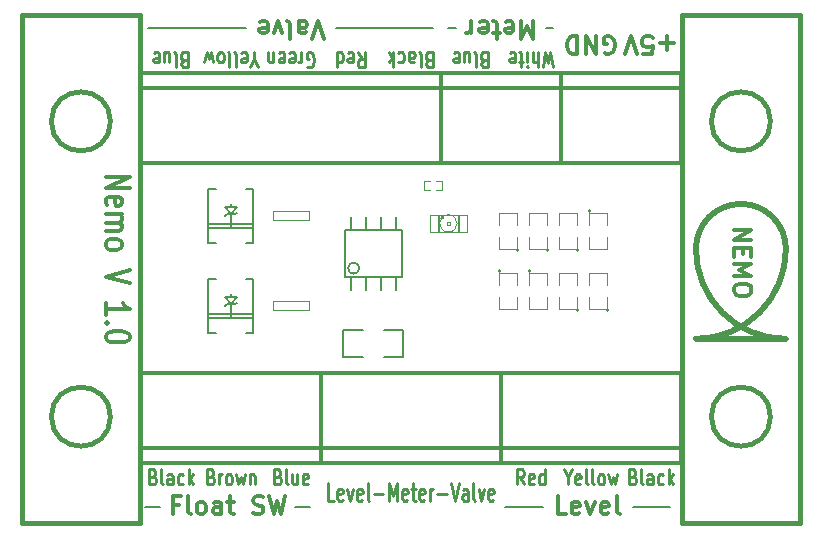
<source format=gto>
G04 (created by PCBNEW (2013-07-07 BZR 4022)-stable) date 25/7/2559 14:55:53*
%MOIN*%
G04 Gerber Fmt 3.4, Leading zero omitted, Abs format*
%FSLAX34Y34*%
G01*
G70*
G90*
G04 APERTURE LIST*
%ADD10C,0.00590551*%
%ADD11C,0.011811*%
%ADD12C,0.02*%
%ADD13C,0.00787402*%
%ADD14C,0.01*%
%ADD15C,0.0047*%
%ADD16C,0.005*%
%ADD17C,0.0039*%
%ADD18C,0.0028*%
%ADD19C,0.0026*%
%ADD20C,0.004*%
%ADD21C,0.012*%
%ADD22C,0.015*%
G04 APERTURE END LIST*
G54D10*
G54D11*
X66360Y-37517D02*
X66951Y-37517D01*
X66360Y-37854D01*
X66951Y-37854D01*
X66670Y-38135D02*
X66670Y-38332D01*
X66360Y-38417D02*
X66360Y-38135D01*
X66951Y-38135D01*
X66951Y-38417D01*
X66360Y-38670D02*
X66951Y-38670D01*
X66529Y-38867D01*
X66951Y-39064D01*
X66360Y-39064D01*
X66951Y-39457D02*
X66951Y-39570D01*
X66923Y-39626D01*
X66867Y-39682D01*
X66754Y-39710D01*
X66557Y-39710D01*
X66445Y-39682D01*
X66389Y-39626D01*
X66360Y-39570D01*
X66360Y-39457D01*
X66389Y-39401D01*
X66445Y-39345D01*
X66557Y-39317D01*
X66754Y-39317D01*
X66867Y-39345D01*
X66923Y-39401D01*
X66951Y-39457D01*
G54D12*
X65100Y-41150D02*
X68100Y-41150D01*
X65100Y-38150D02*
G75*
G03X68100Y-41150I3000J0D01*
G74*
G01*
X65100Y-41150D02*
G75*
G03X68100Y-38150I0J3000D01*
G74*
G01*
X68100Y-38150D02*
G75*
G03X66600Y-36650I-1500J0D01*
G74*
G01*
X66600Y-36650D02*
G75*
G03X65100Y-38150I0J-1500D01*
G74*
G01*
G54D13*
X64000Y-46750D02*
X64250Y-46750D01*
X59000Y-46750D02*
X58750Y-46750D01*
X63000Y-46750D02*
X64000Y-46750D01*
X60000Y-46750D02*
X59000Y-46750D01*
X47250Y-46750D02*
X46750Y-46750D01*
X51750Y-46750D02*
X52250Y-46750D01*
G54D11*
X45426Y-35760D02*
X46226Y-35760D01*
X45426Y-36132D01*
X46226Y-36132D01*
X45464Y-36689D02*
X45426Y-36627D01*
X45426Y-36503D01*
X45464Y-36441D01*
X45540Y-36410D01*
X45845Y-36410D01*
X45921Y-36441D01*
X45959Y-36503D01*
X45959Y-36627D01*
X45921Y-36689D01*
X45845Y-36720D01*
X45769Y-36720D01*
X45692Y-36410D01*
X45426Y-36998D02*
X45959Y-36998D01*
X45883Y-36998D02*
X45921Y-37029D01*
X45959Y-37091D01*
X45959Y-37184D01*
X45921Y-37246D01*
X45845Y-37277D01*
X45426Y-37277D01*
X45845Y-37277D02*
X45921Y-37308D01*
X45959Y-37370D01*
X45959Y-37463D01*
X45921Y-37525D01*
X45845Y-37555D01*
X45426Y-37555D01*
X45426Y-37958D02*
X45464Y-37896D01*
X45502Y-37865D01*
X45578Y-37834D01*
X45807Y-37834D01*
X45883Y-37865D01*
X45921Y-37896D01*
X45959Y-37958D01*
X45959Y-38051D01*
X45921Y-38113D01*
X45883Y-38144D01*
X45807Y-38175D01*
X45578Y-38175D01*
X45502Y-38144D01*
X45464Y-38113D01*
X45426Y-38051D01*
X45426Y-37958D01*
X46226Y-38855D02*
X45426Y-39072D01*
X46226Y-39289D01*
X45426Y-40341D02*
X45426Y-39970D01*
X45426Y-40155D02*
X46226Y-40155D01*
X46111Y-40094D01*
X46035Y-40032D01*
X45997Y-39970D01*
X45502Y-40620D02*
X45464Y-40651D01*
X45426Y-40620D01*
X45464Y-40589D01*
X45502Y-40620D01*
X45426Y-40620D01*
X46226Y-41053D02*
X46226Y-41115D01*
X46188Y-41177D01*
X46150Y-41208D01*
X46073Y-41239D01*
X45921Y-41270D01*
X45730Y-41270D01*
X45578Y-41239D01*
X45502Y-41208D01*
X45464Y-41177D01*
X45426Y-41115D01*
X45426Y-41053D01*
X45464Y-40991D01*
X45502Y-40960D01*
X45578Y-40929D01*
X45730Y-40898D01*
X45921Y-40898D01*
X46073Y-40929D01*
X46150Y-40960D01*
X46188Y-40991D01*
X46226Y-41053D01*
G54D14*
X53038Y-46542D02*
X52847Y-46542D01*
X52847Y-45942D01*
X53323Y-46514D02*
X53285Y-46542D01*
X53209Y-46542D01*
X53171Y-46514D01*
X53152Y-46457D01*
X53152Y-46228D01*
X53171Y-46171D01*
X53209Y-46142D01*
X53285Y-46142D01*
X53323Y-46171D01*
X53342Y-46228D01*
X53342Y-46285D01*
X53152Y-46342D01*
X53476Y-46142D02*
X53571Y-46542D01*
X53666Y-46142D01*
X53971Y-46514D02*
X53933Y-46542D01*
X53857Y-46542D01*
X53819Y-46514D01*
X53800Y-46457D01*
X53800Y-46228D01*
X53819Y-46171D01*
X53857Y-46142D01*
X53933Y-46142D01*
X53971Y-46171D01*
X53990Y-46228D01*
X53990Y-46285D01*
X53800Y-46342D01*
X54219Y-46542D02*
X54180Y-46514D01*
X54161Y-46457D01*
X54161Y-45942D01*
X54371Y-46314D02*
X54676Y-46314D01*
X54866Y-46542D02*
X54866Y-45942D01*
X55000Y-46371D01*
X55133Y-45942D01*
X55133Y-46542D01*
X55476Y-46514D02*
X55438Y-46542D01*
X55361Y-46542D01*
X55323Y-46514D01*
X55304Y-46457D01*
X55304Y-46228D01*
X55323Y-46171D01*
X55361Y-46142D01*
X55438Y-46142D01*
X55476Y-46171D01*
X55495Y-46228D01*
X55495Y-46285D01*
X55304Y-46342D01*
X55609Y-46142D02*
X55761Y-46142D01*
X55666Y-45942D02*
X55666Y-46457D01*
X55685Y-46514D01*
X55723Y-46542D01*
X55761Y-46542D01*
X56047Y-46514D02*
X56009Y-46542D01*
X55933Y-46542D01*
X55895Y-46514D01*
X55876Y-46457D01*
X55876Y-46228D01*
X55895Y-46171D01*
X55933Y-46142D01*
X56009Y-46142D01*
X56047Y-46171D01*
X56066Y-46228D01*
X56066Y-46285D01*
X55876Y-46342D01*
X56238Y-46542D02*
X56238Y-46142D01*
X56238Y-46257D02*
X56257Y-46200D01*
X56276Y-46171D01*
X56314Y-46142D01*
X56352Y-46142D01*
X56485Y-46314D02*
X56790Y-46314D01*
X56923Y-45942D02*
X57057Y-46542D01*
X57190Y-45942D01*
X57495Y-46542D02*
X57495Y-46228D01*
X57476Y-46171D01*
X57438Y-46142D01*
X57361Y-46142D01*
X57323Y-46171D01*
X57495Y-46514D02*
X57457Y-46542D01*
X57361Y-46542D01*
X57323Y-46514D01*
X57304Y-46457D01*
X57304Y-46400D01*
X57323Y-46342D01*
X57361Y-46314D01*
X57457Y-46314D01*
X57495Y-46285D01*
X57742Y-46542D02*
X57704Y-46514D01*
X57685Y-46457D01*
X57685Y-45942D01*
X57857Y-46142D02*
X57952Y-46542D01*
X58047Y-46142D01*
X58352Y-46514D02*
X58314Y-46542D01*
X58238Y-46542D01*
X58199Y-46514D01*
X58180Y-46457D01*
X58180Y-46228D01*
X58199Y-46171D01*
X58238Y-46142D01*
X58314Y-46142D01*
X58352Y-46171D01*
X58371Y-46228D01*
X58371Y-46285D01*
X58180Y-46342D01*
X63009Y-45740D02*
X63066Y-45764D01*
X63085Y-45788D01*
X63104Y-45835D01*
X63104Y-45907D01*
X63085Y-45954D01*
X63066Y-45978D01*
X63028Y-46002D01*
X62876Y-46002D01*
X62876Y-45502D01*
X63009Y-45502D01*
X63047Y-45526D01*
X63066Y-45550D01*
X63085Y-45597D01*
X63085Y-45645D01*
X63066Y-45692D01*
X63047Y-45716D01*
X63009Y-45740D01*
X62876Y-45740D01*
X63333Y-46002D02*
X63295Y-45978D01*
X63276Y-45930D01*
X63276Y-45502D01*
X63657Y-46002D02*
X63657Y-45740D01*
X63638Y-45692D01*
X63600Y-45669D01*
X63523Y-45669D01*
X63485Y-45692D01*
X63657Y-45978D02*
X63619Y-46002D01*
X63523Y-46002D01*
X63485Y-45978D01*
X63466Y-45930D01*
X63466Y-45883D01*
X63485Y-45835D01*
X63523Y-45811D01*
X63619Y-45811D01*
X63657Y-45788D01*
X64019Y-45978D02*
X63980Y-46002D01*
X63904Y-46002D01*
X63866Y-45978D01*
X63847Y-45954D01*
X63828Y-45907D01*
X63828Y-45764D01*
X63847Y-45716D01*
X63866Y-45692D01*
X63904Y-45669D01*
X63980Y-45669D01*
X64019Y-45692D01*
X64190Y-46002D02*
X64190Y-45502D01*
X64228Y-45811D02*
X64342Y-46002D01*
X64342Y-45669D02*
X64190Y-45859D01*
X60828Y-45764D02*
X60828Y-46002D01*
X60695Y-45502D02*
X60828Y-45764D01*
X60961Y-45502D01*
X61247Y-45978D02*
X61209Y-46002D01*
X61133Y-46002D01*
X61095Y-45978D01*
X61076Y-45930D01*
X61076Y-45740D01*
X61095Y-45692D01*
X61133Y-45669D01*
X61209Y-45669D01*
X61247Y-45692D01*
X61266Y-45740D01*
X61266Y-45788D01*
X61076Y-45835D01*
X61495Y-46002D02*
X61457Y-45978D01*
X61438Y-45930D01*
X61438Y-45502D01*
X61704Y-46002D02*
X61666Y-45978D01*
X61647Y-45930D01*
X61647Y-45502D01*
X61914Y-46002D02*
X61876Y-45978D01*
X61857Y-45954D01*
X61838Y-45907D01*
X61838Y-45764D01*
X61857Y-45716D01*
X61876Y-45692D01*
X61914Y-45669D01*
X61971Y-45669D01*
X62009Y-45692D01*
X62028Y-45716D01*
X62047Y-45764D01*
X62047Y-45907D01*
X62028Y-45954D01*
X62009Y-45978D01*
X61971Y-46002D01*
X61914Y-46002D01*
X62180Y-45669D02*
X62257Y-46002D01*
X62333Y-45764D01*
X62409Y-46002D01*
X62485Y-45669D01*
X59371Y-46002D02*
X59238Y-45764D01*
X59142Y-46002D02*
X59142Y-45502D01*
X59295Y-45502D01*
X59333Y-45526D01*
X59352Y-45550D01*
X59371Y-45597D01*
X59371Y-45669D01*
X59352Y-45716D01*
X59333Y-45740D01*
X59295Y-45764D01*
X59142Y-45764D01*
X59695Y-45978D02*
X59657Y-46002D01*
X59580Y-46002D01*
X59542Y-45978D01*
X59523Y-45930D01*
X59523Y-45740D01*
X59542Y-45692D01*
X59580Y-45669D01*
X59657Y-45669D01*
X59695Y-45692D01*
X59714Y-45740D01*
X59714Y-45788D01*
X59523Y-45835D01*
X60057Y-46002D02*
X60057Y-45502D01*
X60057Y-45978D02*
X60019Y-46002D01*
X59942Y-46002D01*
X59904Y-45978D01*
X59885Y-45954D01*
X59866Y-45907D01*
X59866Y-45764D01*
X59885Y-45716D01*
X59904Y-45692D01*
X59942Y-45669D01*
X60019Y-45669D01*
X60057Y-45692D01*
G54D11*
X60785Y-46992D02*
X60500Y-46992D01*
X60500Y-46392D01*
X61214Y-46964D02*
X61157Y-46992D01*
X61042Y-46992D01*
X60985Y-46964D01*
X60957Y-46907D01*
X60957Y-46678D01*
X60985Y-46621D01*
X61042Y-46592D01*
X61157Y-46592D01*
X61214Y-46621D01*
X61242Y-46678D01*
X61242Y-46735D01*
X60957Y-46792D01*
X61442Y-46592D02*
X61585Y-46992D01*
X61728Y-46592D01*
X62185Y-46964D02*
X62128Y-46992D01*
X62014Y-46992D01*
X61957Y-46964D01*
X61928Y-46907D01*
X61928Y-46678D01*
X61957Y-46621D01*
X62014Y-46592D01*
X62128Y-46592D01*
X62185Y-46621D01*
X62214Y-46678D01*
X62214Y-46735D01*
X61928Y-46792D01*
X62557Y-46992D02*
X62500Y-46964D01*
X62471Y-46907D01*
X62471Y-46392D01*
G54D14*
X48933Y-45740D02*
X48990Y-45764D01*
X49009Y-45788D01*
X49028Y-45835D01*
X49028Y-45907D01*
X49009Y-45954D01*
X48990Y-45978D01*
X48952Y-46002D01*
X48800Y-46002D01*
X48800Y-45502D01*
X48933Y-45502D01*
X48971Y-45526D01*
X48990Y-45550D01*
X49009Y-45597D01*
X49009Y-45645D01*
X48990Y-45692D01*
X48971Y-45716D01*
X48933Y-45740D01*
X48800Y-45740D01*
X49200Y-46002D02*
X49200Y-45669D01*
X49200Y-45764D02*
X49219Y-45716D01*
X49238Y-45692D01*
X49276Y-45669D01*
X49314Y-45669D01*
X49504Y-46002D02*
X49466Y-45978D01*
X49447Y-45954D01*
X49428Y-45907D01*
X49428Y-45764D01*
X49447Y-45716D01*
X49466Y-45692D01*
X49504Y-45669D01*
X49561Y-45669D01*
X49600Y-45692D01*
X49619Y-45716D01*
X49638Y-45764D01*
X49638Y-45907D01*
X49619Y-45954D01*
X49600Y-45978D01*
X49561Y-46002D01*
X49504Y-46002D01*
X49771Y-45669D02*
X49847Y-46002D01*
X49923Y-45764D01*
X50000Y-46002D01*
X50076Y-45669D01*
X50228Y-45669D02*
X50228Y-46002D01*
X50228Y-45716D02*
X50247Y-45692D01*
X50285Y-45669D01*
X50342Y-45669D01*
X50380Y-45692D01*
X50400Y-45740D01*
X50400Y-46002D01*
X51171Y-45740D02*
X51228Y-45764D01*
X51247Y-45788D01*
X51266Y-45835D01*
X51266Y-45907D01*
X51247Y-45954D01*
X51228Y-45978D01*
X51190Y-46002D01*
X51038Y-46002D01*
X51038Y-45502D01*
X51171Y-45502D01*
X51209Y-45526D01*
X51228Y-45550D01*
X51247Y-45597D01*
X51247Y-45645D01*
X51228Y-45692D01*
X51209Y-45716D01*
X51171Y-45740D01*
X51038Y-45740D01*
X51495Y-46002D02*
X51457Y-45978D01*
X51438Y-45930D01*
X51438Y-45502D01*
X51819Y-45669D02*
X51819Y-46002D01*
X51647Y-45669D02*
X51647Y-45930D01*
X51666Y-45978D01*
X51704Y-46002D01*
X51761Y-46002D01*
X51800Y-45978D01*
X51819Y-45954D01*
X52161Y-45978D02*
X52123Y-46002D01*
X52047Y-46002D01*
X52009Y-45978D01*
X51990Y-45930D01*
X51990Y-45740D01*
X52009Y-45692D01*
X52047Y-45669D01*
X52123Y-45669D01*
X52161Y-45692D01*
X52180Y-45740D01*
X52180Y-45788D01*
X51990Y-45835D01*
X47009Y-45740D02*
X47066Y-45764D01*
X47085Y-45788D01*
X47104Y-45835D01*
X47104Y-45907D01*
X47085Y-45954D01*
X47066Y-45978D01*
X47028Y-46002D01*
X46876Y-46002D01*
X46876Y-45502D01*
X47009Y-45502D01*
X47047Y-45526D01*
X47066Y-45550D01*
X47085Y-45597D01*
X47085Y-45645D01*
X47066Y-45692D01*
X47047Y-45716D01*
X47009Y-45740D01*
X46876Y-45740D01*
X47333Y-46002D02*
X47295Y-45978D01*
X47276Y-45930D01*
X47276Y-45502D01*
X47657Y-46002D02*
X47657Y-45740D01*
X47638Y-45692D01*
X47600Y-45669D01*
X47523Y-45669D01*
X47485Y-45692D01*
X47657Y-45978D02*
X47619Y-46002D01*
X47523Y-46002D01*
X47485Y-45978D01*
X47466Y-45930D01*
X47466Y-45883D01*
X47485Y-45835D01*
X47523Y-45811D01*
X47619Y-45811D01*
X47657Y-45788D01*
X48019Y-45978D02*
X47980Y-46002D01*
X47904Y-46002D01*
X47866Y-45978D01*
X47847Y-45954D01*
X47828Y-45907D01*
X47828Y-45764D01*
X47847Y-45716D01*
X47866Y-45692D01*
X47904Y-45669D01*
X47980Y-45669D01*
X48019Y-45692D01*
X48190Y-46002D02*
X48190Y-45502D01*
X48228Y-45811D02*
X48342Y-46002D01*
X48342Y-45669D02*
X48190Y-45859D01*
G54D11*
X47857Y-46678D02*
X47657Y-46678D01*
X47657Y-46992D02*
X47657Y-46392D01*
X47942Y-46392D01*
X48257Y-46992D02*
X48200Y-46964D01*
X48171Y-46907D01*
X48171Y-46392D01*
X48571Y-46992D02*
X48514Y-46964D01*
X48485Y-46935D01*
X48457Y-46878D01*
X48457Y-46707D01*
X48485Y-46650D01*
X48514Y-46621D01*
X48571Y-46592D01*
X48657Y-46592D01*
X48714Y-46621D01*
X48742Y-46650D01*
X48771Y-46707D01*
X48771Y-46878D01*
X48742Y-46935D01*
X48714Y-46964D01*
X48657Y-46992D01*
X48571Y-46992D01*
X49285Y-46992D02*
X49285Y-46678D01*
X49257Y-46621D01*
X49200Y-46592D01*
X49085Y-46592D01*
X49028Y-46621D01*
X49285Y-46964D02*
X49228Y-46992D01*
X49085Y-46992D01*
X49028Y-46964D01*
X49000Y-46907D01*
X49000Y-46850D01*
X49028Y-46792D01*
X49085Y-46764D01*
X49228Y-46764D01*
X49285Y-46735D01*
X49485Y-46592D02*
X49714Y-46592D01*
X49571Y-46392D02*
X49571Y-46907D01*
X49600Y-46964D01*
X49657Y-46992D01*
X49714Y-46992D01*
X50342Y-46964D02*
X50428Y-46992D01*
X50571Y-46992D01*
X50628Y-46964D01*
X50657Y-46935D01*
X50685Y-46878D01*
X50685Y-46821D01*
X50657Y-46764D01*
X50628Y-46735D01*
X50571Y-46707D01*
X50457Y-46678D01*
X50400Y-46650D01*
X50371Y-46621D01*
X50342Y-46564D01*
X50342Y-46507D01*
X50371Y-46450D01*
X50400Y-46421D01*
X50457Y-46392D01*
X50600Y-46392D01*
X50685Y-46421D01*
X50885Y-46392D02*
X51028Y-46992D01*
X51142Y-46564D01*
X51257Y-46992D01*
X51400Y-46392D01*
X62057Y-31628D02*
X62114Y-31657D01*
X62199Y-31657D01*
X62285Y-31628D01*
X62342Y-31571D01*
X62371Y-31514D01*
X62399Y-31400D01*
X62399Y-31314D01*
X62371Y-31200D01*
X62342Y-31142D01*
X62285Y-31085D01*
X62199Y-31057D01*
X62142Y-31057D01*
X62057Y-31085D01*
X62028Y-31114D01*
X62028Y-31314D01*
X62142Y-31314D01*
X61771Y-31057D02*
X61771Y-31657D01*
X61428Y-31057D01*
X61428Y-31657D01*
X61142Y-31057D02*
X61142Y-31657D01*
X61000Y-31657D01*
X60914Y-31628D01*
X60857Y-31571D01*
X60828Y-31514D01*
X60800Y-31400D01*
X60800Y-31314D01*
X60828Y-31200D01*
X60857Y-31142D01*
X60914Y-31085D01*
X61000Y-31057D01*
X61142Y-31057D01*
X64371Y-31285D02*
X63914Y-31285D01*
X64142Y-31057D02*
X64142Y-31514D01*
X63342Y-31657D02*
X63628Y-31657D01*
X63657Y-31371D01*
X63628Y-31400D01*
X63571Y-31428D01*
X63428Y-31428D01*
X63371Y-31400D01*
X63342Y-31371D01*
X63314Y-31314D01*
X63314Y-31171D01*
X63342Y-31114D01*
X63371Y-31085D01*
X63428Y-31057D01*
X63571Y-31057D01*
X63628Y-31085D01*
X63657Y-31114D01*
X63142Y-31657D02*
X62942Y-31057D01*
X62742Y-31657D01*
G54D13*
X60100Y-30800D02*
X60350Y-30800D01*
X57100Y-30800D02*
X56850Y-30800D01*
G54D14*
X60333Y-32097D02*
X60238Y-31597D01*
X60161Y-31954D01*
X60085Y-31597D01*
X59990Y-32097D01*
X59838Y-31597D02*
X59838Y-32097D01*
X59666Y-31597D02*
X59666Y-31859D01*
X59685Y-31907D01*
X59723Y-31930D01*
X59780Y-31930D01*
X59819Y-31907D01*
X59838Y-31883D01*
X59476Y-31597D02*
X59476Y-31930D01*
X59476Y-32097D02*
X59495Y-32073D01*
X59476Y-32050D01*
X59457Y-32073D01*
X59476Y-32097D01*
X59476Y-32050D01*
X59342Y-31930D02*
X59190Y-31930D01*
X59285Y-32097D02*
X59285Y-31669D01*
X59266Y-31621D01*
X59228Y-31597D01*
X59190Y-31597D01*
X58904Y-31621D02*
X58942Y-31597D01*
X59019Y-31597D01*
X59057Y-31621D01*
X59076Y-31669D01*
X59076Y-31859D01*
X59057Y-31907D01*
X59019Y-31930D01*
X58942Y-31930D01*
X58904Y-31907D01*
X58885Y-31859D01*
X58885Y-31811D01*
X59076Y-31764D01*
X58028Y-31859D02*
X57971Y-31835D01*
X57952Y-31811D01*
X57933Y-31764D01*
X57933Y-31692D01*
X57952Y-31645D01*
X57971Y-31621D01*
X58009Y-31597D01*
X58161Y-31597D01*
X58161Y-32097D01*
X58028Y-32097D01*
X57990Y-32073D01*
X57971Y-32050D01*
X57952Y-32002D01*
X57952Y-31954D01*
X57971Y-31907D01*
X57990Y-31883D01*
X58028Y-31859D01*
X58161Y-31859D01*
X57704Y-31597D02*
X57742Y-31621D01*
X57761Y-31669D01*
X57761Y-32097D01*
X57380Y-31930D02*
X57380Y-31597D01*
X57552Y-31930D02*
X57552Y-31669D01*
X57533Y-31621D01*
X57495Y-31597D01*
X57438Y-31597D01*
X57400Y-31621D01*
X57380Y-31645D01*
X57038Y-31621D02*
X57076Y-31597D01*
X57152Y-31597D01*
X57190Y-31621D01*
X57209Y-31669D01*
X57209Y-31859D01*
X57190Y-31907D01*
X57152Y-31930D01*
X57076Y-31930D01*
X57038Y-31907D01*
X57019Y-31859D01*
X57019Y-31811D01*
X57209Y-31764D01*
G54D11*
X59671Y-30557D02*
X59671Y-31157D01*
X59471Y-30728D01*
X59271Y-31157D01*
X59271Y-30557D01*
X58757Y-30585D02*
X58814Y-30557D01*
X58928Y-30557D01*
X58985Y-30585D01*
X59014Y-30642D01*
X59014Y-30871D01*
X58985Y-30928D01*
X58928Y-30957D01*
X58814Y-30957D01*
X58757Y-30928D01*
X58728Y-30871D01*
X58728Y-30814D01*
X59014Y-30757D01*
X58557Y-30957D02*
X58328Y-30957D01*
X58471Y-31157D02*
X58471Y-30642D01*
X58442Y-30585D01*
X58385Y-30557D01*
X58328Y-30557D01*
X57900Y-30585D02*
X57957Y-30557D01*
X58071Y-30557D01*
X58128Y-30585D01*
X58157Y-30642D01*
X58157Y-30871D01*
X58128Y-30928D01*
X58071Y-30957D01*
X57957Y-30957D01*
X57900Y-30928D01*
X57871Y-30871D01*
X57871Y-30814D01*
X58157Y-30757D01*
X57614Y-30557D02*
X57614Y-30957D01*
X57614Y-30842D02*
X57585Y-30900D01*
X57557Y-30928D01*
X57500Y-30957D01*
X57442Y-30957D01*
G54D13*
X50100Y-30800D02*
X46850Y-30800D01*
X53100Y-30800D02*
X56350Y-30800D01*
X56350Y-30800D02*
X53100Y-30800D01*
X53100Y-30800D02*
X56350Y-30800D01*
G54D14*
X48028Y-31859D02*
X47971Y-31835D01*
X47952Y-31811D01*
X47933Y-31764D01*
X47933Y-31692D01*
X47952Y-31645D01*
X47971Y-31621D01*
X48009Y-31597D01*
X48161Y-31597D01*
X48161Y-32097D01*
X48028Y-32097D01*
X47990Y-32073D01*
X47971Y-32050D01*
X47952Y-32002D01*
X47952Y-31954D01*
X47971Y-31907D01*
X47990Y-31883D01*
X48028Y-31859D01*
X48161Y-31859D01*
X47704Y-31597D02*
X47742Y-31621D01*
X47761Y-31669D01*
X47761Y-32097D01*
X47380Y-31930D02*
X47380Y-31597D01*
X47552Y-31930D02*
X47552Y-31669D01*
X47533Y-31621D01*
X47495Y-31597D01*
X47438Y-31597D01*
X47400Y-31621D01*
X47380Y-31645D01*
X47038Y-31621D02*
X47076Y-31597D01*
X47152Y-31597D01*
X47190Y-31621D01*
X47209Y-31669D01*
X47209Y-31859D01*
X47190Y-31907D01*
X47152Y-31930D01*
X47076Y-31930D01*
X47038Y-31907D01*
X47019Y-31859D01*
X47019Y-31811D01*
X47209Y-31764D01*
X50371Y-31835D02*
X50371Y-31597D01*
X50504Y-32097D02*
X50371Y-31835D01*
X50238Y-32097D01*
X49952Y-31621D02*
X49990Y-31597D01*
X50066Y-31597D01*
X50104Y-31621D01*
X50123Y-31669D01*
X50123Y-31859D01*
X50104Y-31907D01*
X50066Y-31930D01*
X49990Y-31930D01*
X49952Y-31907D01*
X49933Y-31859D01*
X49933Y-31811D01*
X50123Y-31764D01*
X49704Y-31597D02*
X49742Y-31621D01*
X49761Y-31669D01*
X49761Y-32097D01*
X49495Y-31597D02*
X49533Y-31621D01*
X49552Y-31669D01*
X49552Y-32097D01*
X49285Y-31597D02*
X49323Y-31621D01*
X49342Y-31645D01*
X49361Y-31692D01*
X49361Y-31835D01*
X49342Y-31883D01*
X49323Y-31907D01*
X49285Y-31930D01*
X49228Y-31930D01*
X49190Y-31907D01*
X49171Y-31883D01*
X49152Y-31835D01*
X49152Y-31692D01*
X49171Y-31645D01*
X49190Y-31621D01*
X49228Y-31597D01*
X49285Y-31597D01*
X49019Y-31930D02*
X48942Y-31597D01*
X48866Y-31835D01*
X48790Y-31597D01*
X48714Y-31930D01*
X52142Y-32073D02*
X52180Y-32097D01*
X52238Y-32097D01*
X52295Y-32073D01*
X52333Y-32026D01*
X52352Y-31978D01*
X52371Y-31883D01*
X52371Y-31811D01*
X52352Y-31716D01*
X52333Y-31669D01*
X52295Y-31621D01*
X52238Y-31597D01*
X52200Y-31597D01*
X52142Y-31621D01*
X52123Y-31645D01*
X52123Y-31811D01*
X52200Y-31811D01*
X51952Y-31597D02*
X51952Y-31930D01*
X51952Y-31835D02*
X51933Y-31883D01*
X51914Y-31907D01*
X51876Y-31930D01*
X51838Y-31930D01*
X51552Y-31621D02*
X51590Y-31597D01*
X51666Y-31597D01*
X51704Y-31621D01*
X51723Y-31669D01*
X51723Y-31859D01*
X51704Y-31907D01*
X51666Y-31930D01*
X51590Y-31930D01*
X51552Y-31907D01*
X51533Y-31859D01*
X51533Y-31811D01*
X51723Y-31764D01*
X51209Y-31621D02*
X51247Y-31597D01*
X51323Y-31597D01*
X51361Y-31621D01*
X51380Y-31669D01*
X51380Y-31859D01*
X51361Y-31907D01*
X51323Y-31930D01*
X51247Y-31930D01*
X51209Y-31907D01*
X51190Y-31859D01*
X51190Y-31811D01*
X51380Y-31764D01*
X51019Y-31930D02*
X51019Y-31597D01*
X51019Y-31883D02*
X51000Y-31907D01*
X50961Y-31930D01*
X50904Y-31930D01*
X50866Y-31907D01*
X50847Y-31859D01*
X50847Y-31597D01*
X53828Y-31597D02*
X53961Y-31835D01*
X54057Y-31597D02*
X54057Y-32097D01*
X53904Y-32097D01*
X53866Y-32073D01*
X53847Y-32050D01*
X53828Y-32002D01*
X53828Y-31930D01*
X53847Y-31883D01*
X53866Y-31859D01*
X53904Y-31835D01*
X54057Y-31835D01*
X53504Y-31621D02*
X53542Y-31597D01*
X53619Y-31597D01*
X53657Y-31621D01*
X53676Y-31669D01*
X53676Y-31859D01*
X53657Y-31907D01*
X53619Y-31930D01*
X53542Y-31930D01*
X53504Y-31907D01*
X53485Y-31859D01*
X53485Y-31811D01*
X53676Y-31764D01*
X53142Y-31597D02*
X53142Y-32097D01*
X53142Y-31621D02*
X53180Y-31597D01*
X53257Y-31597D01*
X53295Y-31621D01*
X53314Y-31645D01*
X53333Y-31692D01*
X53333Y-31835D01*
X53314Y-31883D01*
X53295Y-31907D01*
X53257Y-31930D01*
X53180Y-31930D01*
X53142Y-31907D01*
X56190Y-31859D02*
X56133Y-31835D01*
X56114Y-31811D01*
X56095Y-31764D01*
X56095Y-31692D01*
X56114Y-31645D01*
X56133Y-31621D01*
X56171Y-31597D01*
X56323Y-31597D01*
X56323Y-32097D01*
X56190Y-32097D01*
X56152Y-32073D01*
X56133Y-32050D01*
X56114Y-32002D01*
X56114Y-31954D01*
X56133Y-31907D01*
X56152Y-31883D01*
X56190Y-31859D01*
X56323Y-31859D01*
X55866Y-31597D02*
X55904Y-31621D01*
X55923Y-31669D01*
X55923Y-32097D01*
X55542Y-31597D02*
X55542Y-31859D01*
X55561Y-31907D01*
X55600Y-31930D01*
X55676Y-31930D01*
X55714Y-31907D01*
X55542Y-31621D02*
X55580Y-31597D01*
X55676Y-31597D01*
X55714Y-31621D01*
X55733Y-31669D01*
X55733Y-31716D01*
X55714Y-31764D01*
X55676Y-31788D01*
X55580Y-31788D01*
X55542Y-31811D01*
X55180Y-31621D02*
X55219Y-31597D01*
X55295Y-31597D01*
X55333Y-31621D01*
X55352Y-31645D01*
X55371Y-31692D01*
X55371Y-31835D01*
X55352Y-31883D01*
X55333Y-31907D01*
X55295Y-31930D01*
X55219Y-31930D01*
X55180Y-31907D01*
X55009Y-31597D02*
X55009Y-32097D01*
X54971Y-31788D02*
X54857Y-31597D01*
X54857Y-31930D02*
X55009Y-31740D01*
G54D11*
X52714Y-31157D02*
X52514Y-30557D01*
X52314Y-31157D01*
X51857Y-30557D02*
X51857Y-30871D01*
X51885Y-30928D01*
X51942Y-30957D01*
X52057Y-30957D01*
X52114Y-30928D01*
X51857Y-30585D02*
X51914Y-30557D01*
X52057Y-30557D01*
X52114Y-30585D01*
X52142Y-30642D01*
X52142Y-30700D01*
X52114Y-30757D01*
X52057Y-30785D01*
X51914Y-30785D01*
X51857Y-30814D01*
X51485Y-30557D02*
X51542Y-30585D01*
X51571Y-30642D01*
X51571Y-31157D01*
X51314Y-30957D02*
X51171Y-30557D01*
X51028Y-30957D01*
X50571Y-30585D02*
X50628Y-30557D01*
X50742Y-30557D01*
X50800Y-30585D01*
X50828Y-30642D01*
X50828Y-30871D01*
X50800Y-30928D01*
X50742Y-30957D01*
X50628Y-30957D01*
X50571Y-30928D01*
X50542Y-30871D01*
X50542Y-30814D01*
X50828Y-30757D01*
G54D15*
X51000Y-36900D02*
X52200Y-36900D01*
X52200Y-36900D02*
X52200Y-37200D01*
X52200Y-37200D02*
X51000Y-37200D01*
X51000Y-37200D02*
X51000Y-36900D01*
X51000Y-39900D02*
X52200Y-39900D01*
X52200Y-39900D02*
X52200Y-40200D01*
X52200Y-40200D02*
X51000Y-40200D01*
X51000Y-40200D02*
X51000Y-39900D01*
G54D16*
X53400Y-37520D02*
X53400Y-39080D01*
X53400Y-39080D02*
X55300Y-39080D01*
X55300Y-39080D02*
X55300Y-37520D01*
X55300Y-37520D02*
X53400Y-37520D01*
X53600Y-37520D02*
X53600Y-37090D01*
X54100Y-37520D02*
X54100Y-37090D01*
X54600Y-37520D02*
X54600Y-37090D01*
X55100Y-37090D02*
X55100Y-37520D01*
X55100Y-39080D02*
X55100Y-39510D01*
X54600Y-39510D02*
X54600Y-39080D01*
X54100Y-39510D02*
X54100Y-39080D01*
X53600Y-39510D02*
X53600Y-39080D01*
X53876Y-38790D02*
G75*
G03X53876Y-38790I-186J0D01*
G74*
G01*
X53350Y-40850D02*
X53350Y-41750D01*
X53350Y-41750D02*
X54000Y-41750D01*
X54700Y-40850D02*
X55350Y-40850D01*
X55350Y-40850D02*
X55350Y-41750D01*
X55350Y-41750D02*
X54700Y-41750D01*
X54000Y-40850D02*
X53350Y-40850D01*
G54D17*
X62200Y-40200D02*
G75*
G03X62200Y-40200I-50J0D01*
G74*
G01*
X62150Y-39750D02*
X62150Y-40150D01*
X62150Y-40150D02*
X61550Y-40150D01*
X61550Y-40150D02*
X61550Y-39750D01*
X61550Y-39350D02*
X61550Y-38950D01*
X61550Y-38950D02*
X62150Y-38950D01*
X62150Y-38950D02*
X62150Y-39350D01*
X61600Y-36900D02*
G75*
G03X61600Y-36900I-50J0D01*
G74*
G01*
X61550Y-37350D02*
X61550Y-36950D01*
X61550Y-36950D02*
X62150Y-36950D01*
X62150Y-36950D02*
X62150Y-37350D01*
X62150Y-37750D02*
X62150Y-38150D01*
X62150Y-38150D02*
X61550Y-38150D01*
X61550Y-38150D02*
X61550Y-37750D01*
X61200Y-38200D02*
G75*
G03X61200Y-38200I-50J0D01*
G74*
G01*
X61150Y-37750D02*
X61150Y-38150D01*
X61150Y-38150D02*
X60550Y-38150D01*
X60550Y-38150D02*
X60550Y-37750D01*
X60550Y-37350D02*
X60550Y-36950D01*
X60550Y-36950D02*
X61150Y-36950D01*
X61150Y-36950D02*
X61150Y-37350D01*
X60200Y-38200D02*
G75*
G03X60200Y-38200I-50J0D01*
G74*
G01*
X60150Y-37750D02*
X60150Y-38150D01*
X60150Y-38150D02*
X59550Y-38150D01*
X59550Y-38150D02*
X59550Y-37750D01*
X59550Y-37350D02*
X59550Y-36950D01*
X59550Y-36950D02*
X60150Y-36950D01*
X60150Y-36950D02*
X60150Y-37350D01*
X59200Y-38200D02*
G75*
G03X59200Y-38200I-50J0D01*
G74*
G01*
X59150Y-37750D02*
X59150Y-38150D01*
X59150Y-38150D02*
X58550Y-38150D01*
X58550Y-38150D02*
X58550Y-37750D01*
X58550Y-37350D02*
X58550Y-36950D01*
X58550Y-36950D02*
X59150Y-36950D01*
X59150Y-36950D02*
X59150Y-37350D01*
X59600Y-38900D02*
G75*
G03X59600Y-38900I-50J0D01*
G74*
G01*
X59550Y-39350D02*
X59550Y-38950D01*
X59550Y-38950D02*
X60150Y-38950D01*
X60150Y-38950D02*
X60150Y-39350D01*
X60150Y-39750D02*
X60150Y-40150D01*
X60150Y-40150D02*
X59550Y-40150D01*
X59550Y-40150D02*
X59550Y-39750D01*
X61200Y-40200D02*
G75*
G03X61200Y-40200I-50J0D01*
G74*
G01*
X61150Y-39750D02*
X61150Y-40150D01*
X61150Y-40150D02*
X60550Y-40150D01*
X60550Y-40150D02*
X60550Y-39750D01*
X60550Y-39350D02*
X60550Y-38950D01*
X60550Y-38950D02*
X61150Y-38950D01*
X61150Y-38950D02*
X61150Y-39350D01*
X58600Y-38900D02*
G75*
G03X58600Y-38900I-50J0D01*
G74*
G01*
X58550Y-39350D02*
X58550Y-38950D01*
X58550Y-38950D02*
X59150Y-38950D01*
X59150Y-38950D02*
X59150Y-39350D01*
X59150Y-39750D02*
X59150Y-40150D01*
X59150Y-40150D02*
X58550Y-40150D01*
X58550Y-40150D02*
X58550Y-39750D01*
G54D18*
X56250Y-35900D02*
X56050Y-35900D01*
X56050Y-35900D02*
X56050Y-36200D01*
X56050Y-36200D02*
X56250Y-36200D01*
X56450Y-35900D02*
X56650Y-35900D01*
X56650Y-35900D02*
X56650Y-36200D01*
X56650Y-36200D02*
X56450Y-36200D01*
G54D19*
X56889Y-37261D02*
X56811Y-37261D01*
X56811Y-37261D02*
X56811Y-37339D01*
X56889Y-37339D02*
X56811Y-37339D01*
X56889Y-37261D02*
X56889Y-37339D01*
X56673Y-37025D02*
X56536Y-37025D01*
X56536Y-37025D02*
X56536Y-37123D01*
X56673Y-37123D02*
X56536Y-37123D01*
X56673Y-37025D02*
X56673Y-37123D01*
X56536Y-37025D02*
X56496Y-37025D01*
X56496Y-37025D02*
X56496Y-37496D01*
X56536Y-37496D02*
X56496Y-37496D01*
X56536Y-37025D02*
X56536Y-37496D01*
X56536Y-37516D02*
X56496Y-37516D01*
X56496Y-37516D02*
X56496Y-37575D01*
X56536Y-37575D02*
X56496Y-37575D01*
X56536Y-37516D02*
X56536Y-37575D01*
X57204Y-37025D02*
X57164Y-37025D01*
X57164Y-37025D02*
X57164Y-37496D01*
X57204Y-37496D02*
X57164Y-37496D01*
X57204Y-37025D02*
X57204Y-37496D01*
X57204Y-37516D02*
X57164Y-37516D01*
X57164Y-37516D02*
X57164Y-37575D01*
X57204Y-37575D02*
X57164Y-37575D01*
X57204Y-37516D02*
X57204Y-37575D01*
X56673Y-37025D02*
X56614Y-37025D01*
X56614Y-37025D02*
X56614Y-37123D01*
X56673Y-37123D02*
X56614Y-37123D01*
X56673Y-37025D02*
X56673Y-37123D01*
G54D20*
X56240Y-37005D02*
X57460Y-37005D01*
X57460Y-37005D02*
X57460Y-37595D01*
X57460Y-37595D02*
X56240Y-37595D01*
X56240Y-37595D02*
X56240Y-37005D01*
X57065Y-37103D02*
G75*
G03X56633Y-37104I-215J-196D01*
G74*
G01*
X57065Y-37496D02*
G75*
G03X57066Y-37104I-215J196D01*
G74*
G01*
X56634Y-37496D02*
G75*
G03X57066Y-37495I215J196D01*
G74*
G01*
X56634Y-37103D02*
G75*
G03X56633Y-37495I215J-196D01*
G74*
G01*
G54D16*
X49600Y-39750D02*
X49600Y-39670D01*
X50350Y-39150D02*
X50350Y-40950D01*
X50350Y-40950D02*
X50100Y-40950D01*
X48850Y-40310D02*
X50350Y-40310D01*
X48850Y-40440D02*
X50350Y-40440D01*
X49100Y-39150D02*
X48850Y-39150D01*
X48850Y-39150D02*
X48850Y-40950D01*
X48850Y-40950D02*
X49100Y-40950D01*
X50100Y-39150D02*
X50350Y-39150D01*
X49600Y-40000D02*
X49787Y-39750D01*
X49787Y-39750D02*
X49600Y-39750D01*
X49600Y-39750D02*
X49413Y-39750D01*
X49413Y-39750D02*
X49600Y-40000D01*
X49600Y-40000D02*
X49725Y-40000D01*
X49725Y-40000D02*
X49787Y-39938D01*
X49600Y-40000D02*
X49475Y-40000D01*
X49475Y-40000D02*
X49413Y-40062D01*
X49600Y-40000D02*
X49600Y-40437D01*
X49600Y-36750D02*
X49600Y-36670D01*
X50350Y-36150D02*
X50350Y-37950D01*
X50350Y-37950D02*
X50100Y-37950D01*
X48850Y-37310D02*
X50350Y-37310D01*
X48850Y-37440D02*
X50350Y-37440D01*
X49100Y-36150D02*
X48850Y-36150D01*
X48850Y-36150D02*
X48850Y-37950D01*
X48850Y-37950D02*
X49100Y-37950D01*
X50100Y-36150D02*
X50350Y-36150D01*
X49600Y-37000D02*
X49787Y-36750D01*
X49787Y-36750D02*
X49600Y-36750D01*
X49600Y-36750D02*
X49413Y-36750D01*
X49413Y-36750D02*
X49600Y-37000D01*
X49600Y-37000D02*
X49725Y-37000D01*
X49725Y-37000D02*
X49787Y-36938D01*
X49600Y-37000D02*
X49475Y-37000D01*
X49475Y-37000D02*
X49413Y-37062D01*
X49600Y-37000D02*
X49600Y-37437D01*
G54D21*
X56600Y-32300D02*
X46600Y-32300D01*
X56600Y-32800D02*
X46600Y-32800D01*
X56600Y-35300D02*
X46600Y-35300D01*
X46600Y-35300D02*
X46600Y-32300D01*
X56600Y-35300D02*
X56600Y-32300D01*
X52600Y-45300D02*
X52600Y-42300D01*
X58600Y-45300D02*
X58600Y-42300D01*
X52600Y-44800D02*
X58600Y-44800D01*
X52600Y-42300D02*
X58600Y-42300D01*
X52600Y-45300D02*
X58600Y-45300D01*
X58600Y-45300D02*
X58600Y-42300D01*
X64600Y-45300D02*
X64600Y-42300D01*
X58600Y-44800D02*
X64600Y-44800D01*
X58600Y-42300D02*
X64600Y-42300D01*
X58600Y-45300D02*
X64600Y-45300D01*
X46600Y-45300D02*
X46600Y-42300D01*
X52600Y-45300D02*
X52600Y-42300D01*
X46600Y-44800D02*
X52600Y-44800D01*
X46600Y-42300D02*
X52600Y-42300D01*
X46600Y-45300D02*
X52600Y-45300D01*
X56600Y-32800D02*
X60600Y-32800D01*
X56600Y-32300D02*
X56600Y-35300D01*
X56600Y-35300D02*
X60600Y-35300D01*
X60600Y-35300D02*
X60600Y-32300D01*
X60600Y-32300D02*
X56600Y-32300D01*
X60600Y-32800D02*
X64600Y-32800D01*
X60600Y-32300D02*
X60600Y-35300D01*
X60600Y-35300D02*
X64600Y-35300D01*
X64600Y-35300D02*
X64600Y-32300D01*
X64600Y-32300D02*
X60600Y-32300D01*
G54D22*
X67584Y-43742D02*
G75*
G03X67584Y-43742I-984J0D01*
G74*
G01*
X67584Y-33900D02*
G75*
G03X67584Y-33900I-984J0D01*
G74*
G01*
X64631Y-30356D02*
X64631Y-33900D01*
X64631Y-47285D02*
X68568Y-47285D01*
X68568Y-47285D02*
X68568Y-30356D01*
X64631Y-33900D02*
X64631Y-43742D01*
X64631Y-43742D02*
X64631Y-47285D01*
X66600Y-30356D02*
X64631Y-30356D01*
X66600Y-30356D02*
X68568Y-30356D01*
X45584Y-43742D02*
G75*
G03X45584Y-43742I-984J0D01*
G74*
G01*
X45584Y-33900D02*
G75*
G03X45584Y-33900I-984J0D01*
G74*
G01*
X42631Y-30356D02*
X42631Y-33900D01*
X42631Y-47285D02*
X46568Y-47285D01*
X46568Y-47285D02*
X46568Y-30356D01*
X42631Y-33900D02*
X42631Y-43742D01*
X42631Y-43742D02*
X42631Y-47285D01*
X44600Y-30356D02*
X42631Y-30356D01*
X44600Y-30356D02*
X46568Y-30356D01*
M02*

</source>
